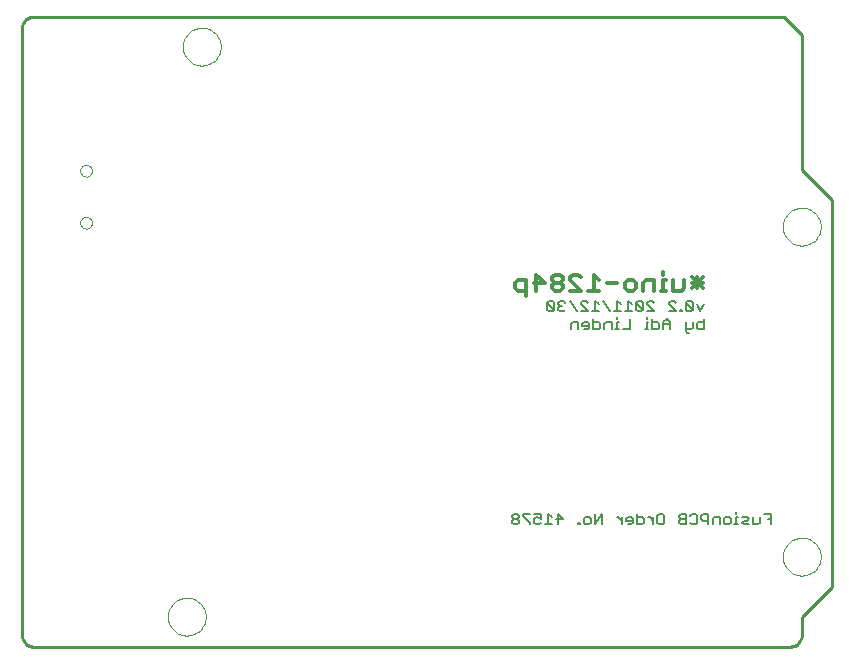
<source format=gbo>
G75*
G70*
%OFA0B0*%
%FSLAX24Y24*%
%IPPOS*%
%LPD*%
%AMOC8*
5,1,8,0,0,1.08239X$1,22.5*
%
%ADD10C,0.0000*%
%ADD11C,0.0100*%
%ADD12C,0.0120*%
%ADD13C,0.0050*%
D10*
X007319Y001837D02*
X007321Y001887D01*
X007327Y001937D01*
X007337Y001986D01*
X007351Y002034D01*
X007368Y002081D01*
X007389Y002126D01*
X007414Y002170D01*
X007442Y002211D01*
X007474Y002250D01*
X007508Y002287D01*
X007545Y002321D01*
X007585Y002351D01*
X007627Y002378D01*
X007671Y002402D01*
X007717Y002423D01*
X007764Y002439D01*
X007812Y002452D01*
X007862Y002461D01*
X007911Y002466D01*
X007962Y002467D01*
X008012Y002464D01*
X008061Y002457D01*
X008110Y002446D01*
X008158Y002431D01*
X008204Y002413D01*
X008249Y002391D01*
X008292Y002365D01*
X008333Y002336D01*
X008372Y002304D01*
X008408Y002269D01*
X008440Y002231D01*
X008470Y002191D01*
X008497Y002148D01*
X008520Y002104D01*
X008539Y002058D01*
X008555Y002010D01*
X008567Y001961D01*
X008575Y001912D01*
X008579Y001862D01*
X008579Y001812D01*
X008575Y001762D01*
X008567Y001713D01*
X008555Y001664D01*
X008539Y001616D01*
X008520Y001570D01*
X008497Y001526D01*
X008470Y001483D01*
X008440Y001443D01*
X008408Y001405D01*
X008372Y001370D01*
X008333Y001338D01*
X008292Y001309D01*
X008249Y001283D01*
X008204Y001261D01*
X008158Y001243D01*
X008110Y001228D01*
X008061Y001217D01*
X008012Y001210D01*
X007962Y001207D01*
X007911Y001208D01*
X007862Y001213D01*
X007812Y001222D01*
X007764Y001235D01*
X007717Y001251D01*
X007671Y001272D01*
X007627Y001296D01*
X007585Y001323D01*
X007545Y001353D01*
X007508Y001387D01*
X007474Y001424D01*
X007442Y001463D01*
X007414Y001504D01*
X007389Y001548D01*
X007368Y001593D01*
X007351Y001640D01*
X007337Y001688D01*
X007327Y001737D01*
X007321Y001787D01*
X007319Y001837D01*
X004396Y014970D02*
X004398Y014997D01*
X004404Y015024D01*
X004413Y015050D01*
X004426Y015074D01*
X004442Y015097D01*
X004461Y015116D01*
X004483Y015133D01*
X004507Y015147D01*
X004532Y015157D01*
X004559Y015164D01*
X004586Y015167D01*
X004614Y015166D01*
X004641Y015161D01*
X004667Y015153D01*
X004691Y015141D01*
X004714Y015125D01*
X004735Y015107D01*
X004752Y015086D01*
X004767Y015062D01*
X004778Y015037D01*
X004786Y015011D01*
X004790Y014984D01*
X004790Y014956D01*
X004786Y014929D01*
X004778Y014903D01*
X004767Y014878D01*
X004752Y014854D01*
X004735Y014833D01*
X004714Y014815D01*
X004692Y014799D01*
X004667Y014787D01*
X004641Y014779D01*
X004614Y014774D01*
X004586Y014773D01*
X004559Y014776D01*
X004532Y014783D01*
X004507Y014793D01*
X004483Y014807D01*
X004461Y014824D01*
X004442Y014843D01*
X004426Y014866D01*
X004413Y014890D01*
X004404Y014916D01*
X004398Y014943D01*
X004396Y014970D01*
X004396Y016703D02*
X004398Y016730D01*
X004404Y016757D01*
X004413Y016783D01*
X004426Y016807D01*
X004442Y016830D01*
X004461Y016849D01*
X004483Y016866D01*
X004507Y016880D01*
X004532Y016890D01*
X004559Y016897D01*
X004586Y016900D01*
X004614Y016899D01*
X004641Y016894D01*
X004667Y016886D01*
X004691Y016874D01*
X004714Y016858D01*
X004735Y016840D01*
X004752Y016819D01*
X004767Y016795D01*
X004778Y016770D01*
X004786Y016744D01*
X004790Y016717D01*
X004790Y016689D01*
X004786Y016662D01*
X004778Y016636D01*
X004767Y016611D01*
X004752Y016587D01*
X004735Y016566D01*
X004714Y016548D01*
X004692Y016532D01*
X004667Y016520D01*
X004641Y016512D01*
X004614Y016507D01*
X004586Y016506D01*
X004559Y016509D01*
X004532Y016516D01*
X004507Y016526D01*
X004483Y016540D01*
X004461Y016557D01*
X004442Y016576D01*
X004426Y016599D01*
X004413Y016623D01*
X004404Y016649D01*
X004398Y016676D01*
X004396Y016703D01*
X007819Y020837D02*
X007821Y020887D01*
X007827Y020937D01*
X007837Y020986D01*
X007851Y021034D01*
X007868Y021081D01*
X007889Y021126D01*
X007914Y021170D01*
X007942Y021211D01*
X007974Y021250D01*
X008008Y021287D01*
X008045Y021321D01*
X008085Y021351D01*
X008127Y021378D01*
X008171Y021402D01*
X008217Y021423D01*
X008264Y021439D01*
X008312Y021452D01*
X008362Y021461D01*
X008411Y021466D01*
X008462Y021467D01*
X008512Y021464D01*
X008561Y021457D01*
X008610Y021446D01*
X008658Y021431D01*
X008704Y021413D01*
X008749Y021391D01*
X008792Y021365D01*
X008833Y021336D01*
X008872Y021304D01*
X008908Y021269D01*
X008940Y021231D01*
X008970Y021191D01*
X008997Y021148D01*
X009020Y021104D01*
X009039Y021058D01*
X009055Y021010D01*
X009067Y020961D01*
X009075Y020912D01*
X009079Y020862D01*
X009079Y020812D01*
X009075Y020762D01*
X009067Y020713D01*
X009055Y020664D01*
X009039Y020616D01*
X009020Y020570D01*
X008997Y020526D01*
X008970Y020483D01*
X008940Y020443D01*
X008908Y020405D01*
X008872Y020370D01*
X008833Y020338D01*
X008792Y020309D01*
X008749Y020283D01*
X008704Y020261D01*
X008658Y020243D01*
X008610Y020228D01*
X008561Y020217D01*
X008512Y020210D01*
X008462Y020207D01*
X008411Y020208D01*
X008362Y020213D01*
X008312Y020222D01*
X008264Y020235D01*
X008217Y020251D01*
X008171Y020272D01*
X008127Y020296D01*
X008085Y020323D01*
X008045Y020353D01*
X008008Y020387D01*
X007974Y020424D01*
X007942Y020463D01*
X007914Y020504D01*
X007889Y020548D01*
X007868Y020593D01*
X007851Y020640D01*
X007837Y020688D01*
X007827Y020737D01*
X007821Y020787D01*
X007819Y020837D01*
X027819Y014837D02*
X027821Y014887D01*
X027827Y014937D01*
X027837Y014986D01*
X027851Y015034D01*
X027868Y015081D01*
X027889Y015126D01*
X027914Y015170D01*
X027942Y015211D01*
X027974Y015250D01*
X028008Y015287D01*
X028045Y015321D01*
X028085Y015351D01*
X028127Y015378D01*
X028171Y015402D01*
X028217Y015423D01*
X028264Y015439D01*
X028312Y015452D01*
X028362Y015461D01*
X028411Y015466D01*
X028462Y015467D01*
X028512Y015464D01*
X028561Y015457D01*
X028610Y015446D01*
X028658Y015431D01*
X028704Y015413D01*
X028749Y015391D01*
X028792Y015365D01*
X028833Y015336D01*
X028872Y015304D01*
X028908Y015269D01*
X028940Y015231D01*
X028970Y015191D01*
X028997Y015148D01*
X029020Y015104D01*
X029039Y015058D01*
X029055Y015010D01*
X029067Y014961D01*
X029075Y014912D01*
X029079Y014862D01*
X029079Y014812D01*
X029075Y014762D01*
X029067Y014713D01*
X029055Y014664D01*
X029039Y014616D01*
X029020Y014570D01*
X028997Y014526D01*
X028970Y014483D01*
X028940Y014443D01*
X028908Y014405D01*
X028872Y014370D01*
X028833Y014338D01*
X028792Y014309D01*
X028749Y014283D01*
X028704Y014261D01*
X028658Y014243D01*
X028610Y014228D01*
X028561Y014217D01*
X028512Y014210D01*
X028462Y014207D01*
X028411Y014208D01*
X028362Y014213D01*
X028312Y014222D01*
X028264Y014235D01*
X028217Y014251D01*
X028171Y014272D01*
X028127Y014296D01*
X028085Y014323D01*
X028045Y014353D01*
X028008Y014387D01*
X027974Y014424D01*
X027942Y014463D01*
X027914Y014504D01*
X027889Y014548D01*
X027868Y014593D01*
X027851Y014640D01*
X027837Y014688D01*
X027827Y014737D01*
X027821Y014787D01*
X027819Y014837D01*
X027819Y003837D02*
X027821Y003887D01*
X027827Y003937D01*
X027837Y003986D01*
X027851Y004034D01*
X027868Y004081D01*
X027889Y004126D01*
X027914Y004170D01*
X027942Y004211D01*
X027974Y004250D01*
X028008Y004287D01*
X028045Y004321D01*
X028085Y004351D01*
X028127Y004378D01*
X028171Y004402D01*
X028217Y004423D01*
X028264Y004439D01*
X028312Y004452D01*
X028362Y004461D01*
X028411Y004466D01*
X028462Y004467D01*
X028512Y004464D01*
X028561Y004457D01*
X028610Y004446D01*
X028658Y004431D01*
X028704Y004413D01*
X028749Y004391D01*
X028792Y004365D01*
X028833Y004336D01*
X028872Y004304D01*
X028908Y004269D01*
X028940Y004231D01*
X028970Y004191D01*
X028997Y004148D01*
X029020Y004104D01*
X029039Y004058D01*
X029055Y004010D01*
X029067Y003961D01*
X029075Y003912D01*
X029079Y003862D01*
X029079Y003812D01*
X029075Y003762D01*
X029067Y003713D01*
X029055Y003664D01*
X029039Y003616D01*
X029020Y003570D01*
X028997Y003526D01*
X028970Y003483D01*
X028940Y003443D01*
X028908Y003405D01*
X028872Y003370D01*
X028833Y003338D01*
X028792Y003309D01*
X028749Y003283D01*
X028704Y003261D01*
X028658Y003243D01*
X028610Y003228D01*
X028561Y003217D01*
X028512Y003210D01*
X028462Y003207D01*
X028411Y003208D01*
X028362Y003213D01*
X028312Y003222D01*
X028264Y003235D01*
X028217Y003251D01*
X028171Y003272D01*
X028127Y003296D01*
X028085Y003323D01*
X028045Y003353D01*
X028008Y003387D01*
X027974Y003424D01*
X027942Y003463D01*
X027914Y003504D01*
X027889Y003548D01*
X027868Y003593D01*
X027851Y003640D01*
X027837Y003688D01*
X027827Y003737D01*
X027821Y003787D01*
X027819Y003837D01*
D11*
X002449Y001230D02*
X002449Y021443D01*
X002451Y021482D01*
X002457Y021520D01*
X002466Y021557D01*
X002479Y021594D01*
X002496Y021629D01*
X002515Y021662D01*
X002538Y021693D01*
X002564Y021722D01*
X002593Y021748D01*
X002624Y021771D01*
X002657Y021790D01*
X002692Y021807D01*
X002729Y021820D01*
X002766Y021829D01*
X002804Y021835D01*
X002843Y021837D01*
X027849Y021837D01*
X028449Y021237D01*
X028449Y016737D01*
X029449Y015737D01*
X029449Y002837D01*
X028449Y001837D01*
X028449Y001230D01*
X028447Y001191D01*
X028441Y001153D01*
X028432Y001116D01*
X028419Y001079D01*
X028402Y001044D01*
X028383Y001011D01*
X028360Y000980D01*
X028334Y000951D01*
X028305Y000925D01*
X028274Y000902D01*
X028241Y000883D01*
X028206Y000866D01*
X028169Y000853D01*
X028132Y000844D01*
X028094Y000838D01*
X028055Y000836D01*
X028055Y000837D02*
X002843Y000837D01*
X002843Y000836D02*
X002804Y000838D01*
X002766Y000844D01*
X002729Y000853D01*
X002692Y000866D01*
X002657Y000883D01*
X002624Y000902D01*
X002593Y000925D01*
X002564Y000951D01*
X002538Y000980D01*
X002515Y001011D01*
X002496Y001044D01*
X002479Y001079D01*
X002466Y001116D01*
X002457Y001153D01*
X002451Y001191D01*
X002449Y001230D01*
D12*
X018904Y012787D02*
X018994Y012697D01*
X019265Y012697D01*
X019265Y012516D02*
X019265Y013057D01*
X018994Y013057D01*
X018904Y012967D01*
X018904Y012787D01*
X019512Y012967D02*
X019872Y012967D01*
X019602Y013237D01*
X019602Y012697D01*
X020120Y012787D02*
X020210Y012697D01*
X020390Y012697D01*
X020480Y012787D01*
X020480Y012877D01*
X020390Y012967D01*
X020210Y012967D01*
X020120Y012877D01*
X020120Y012787D01*
X020210Y012967D02*
X020120Y013057D01*
X020120Y013147D01*
X020210Y013237D01*
X020390Y013237D01*
X020480Y013147D01*
X020480Y013057D01*
X020390Y012967D01*
X020727Y013057D02*
X020727Y013147D01*
X020818Y013237D01*
X020998Y013237D01*
X021088Y013147D01*
X020727Y013057D02*
X021088Y012697D01*
X020727Y012697D01*
X021335Y012697D02*
X021695Y012697D01*
X021515Y012697D02*
X021515Y013237D01*
X021695Y013057D01*
X021943Y012967D02*
X022303Y012967D01*
X022551Y012967D02*
X022551Y012787D01*
X022641Y012697D01*
X022821Y012697D01*
X022911Y012787D01*
X022911Y012967D01*
X022821Y013057D01*
X022641Y013057D01*
X022551Y012967D01*
X023158Y012967D02*
X023158Y012697D01*
X023158Y012967D02*
X023248Y013057D01*
X023519Y013057D01*
X023519Y012697D01*
X023744Y012697D02*
X023924Y012697D01*
X023834Y012697D02*
X023834Y013057D01*
X023924Y013057D01*
X023834Y013237D02*
X023834Y013327D01*
X024171Y013057D02*
X024171Y012697D01*
X024441Y012697D01*
X024531Y012787D01*
X024531Y013057D01*
X024779Y013147D02*
X025139Y012787D01*
X025139Y012967D02*
X024779Y012967D01*
X024779Y012787D02*
X025139Y013147D01*
X024959Y013147D02*
X024959Y012787D01*
D13*
X024747Y012362D02*
X024631Y012362D01*
X024572Y012303D01*
X024806Y012070D01*
X024747Y012012D01*
X024631Y012012D01*
X024572Y012070D01*
X024572Y012303D01*
X024747Y012362D02*
X024806Y012303D01*
X024806Y012070D01*
X024941Y012245D02*
X025057Y012012D01*
X025174Y012245D01*
X025174Y011762D02*
X025174Y011412D01*
X024999Y011412D01*
X024941Y011470D01*
X024941Y011587D01*
X024999Y011645D01*
X025174Y011645D01*
X024806Y011645D02*
X024806Y011470D01*
X024747Y011412D01*
X024572Y011412D01*
X024572Y011353D02*
X024631Y011295D01*
X024689Y011295D01*
X024572Y011353D02*
X024572Y011645D01*
X024438Y012012D02*
X024379Y012012D01*
X024379Y012070D01*
X024438Y012070D01*
X024438Y012012D01*
X024253Y012012D02*
X024020Y012245D01*
X024020Y012303D01*
X024078Y012362D01*
X024195Y012362D01*
X024253Y012303D01*
X024253Y012012D02*
X024020Y012012D01*
X023952Y011762D02*
X023836Y011645D01*
X023836Y011412D01*
X023701Y011470D02*
X023643Y011412D01*
X023467Y011412D01*
X023467Y011762D01*
X023467Y011645D02*
X023643Y011645D01*
X023701Y011587D01*
X023701Y011470D01*
X023836Y011587D02*
X024069Y011587D01*
X024069Y011645D02*
X023952Y011762D01*
X024069Y011645D02*
X024069Y011412D01*
X023333Y011412D02*
X023216Y011412D01*
X023274Y011412D02*
X023274Y011645D01*
X023333Y011645D01*
X023274Y011762D02*
X023274Y011820D01*
X023283Y012012D02*
X023517Y012012D01*
X023283Y012245D01*
X023283Y012303D01*
X023342Y012362D01*
X023458Y012362D01*
X023517Y012303D01*
X023148Y012303D02*
X023148Y012070D01*
X022915Y012303D01*
X022915Y012070D01*
X022973Y012012D01*
X023090Y012012D01*
X023148Y012070D01*
X023148Y012303D02*
X023090Y012362D01*
X022973Y012362D01*
X022915Y012303D01*
X022780Y012245D02*
X022663Y012362D01*
X022663Y012012D01*
X022547Y012012D02*
X022780Y012012D01*
X022719Y011762D02*
X022719Y011412D01*
X022485Y011412D01*
X022350Y011412D02*
X022234Y011412D01*
X022292Y011412D02*
X022292Y011645D01*
X022350Y011645D01*
X022292Y011762D02*
X022292Y011820D01*
X022295Y012012D02*
X022295Y012362D01*
X022412Y012245D01*
X022412Y012012D02*
X022178Y012012D01*
X022044Y012012D02*
X021810Y012362D01*
X021675Y012245D02*
X021559Y012362D01*
X021559Y012012D01*
X021675Y012012D02*
X021442Y012012D01*
X021307Y012012D02*
X021073Y012245D01*
X021073Y012303D01*
X021132Y012362D01*
X021249Y012362D01*
X021307Y012303D01*
X021307Y012012D02*
X021073Y012012D01*
X020939Y012012D02*
X020705Y012362D01*
X020570Y012303D02*
X020512Y012362D01*
X020395Y012362D01*
X020337Y012303D01*
X020337Y012245D01*
X020395Y012187D01*
X020337Y012128D01*
X020337Y012070D01*
X020395Y012012D01*
X020512Y012012D01*
X020570Y012070D01*
X020454Y012187D02*
X020395Y012187D01*
X020202Y012070D02*
X020202Y012303D01*
X020144Y012362D01*
X020027Y012362D01*
X019969Y012303D01*
X020202Y012070D01*
X020144Y012012D01*
X020027Y012012D01*
X019969Y012070D01*
X019969Y012303D01*
X020767Y011587D02*
X020767Y011412D01*
X020767Y011587D02*
X020825Y011645D01*
X021000Y011645D01*
X021000Y011412D01*
X021135Y011528D02*
X021368Y011528D01*
X021368Y011470D02*
X021368Y011587D01*
X021310Y011645D01*
X021193Y011645D01*
X021135Y011587D01*
X021135Y011528D01*
X021193Y011412D02*
X021310Y011412D01*
X021368Y011470D01*
X021503Y011412D02*
X021678Y011412D01*
X021737Y011470D01*
X021737Y011587D01*
X021678Y011645D01*
X021503Y011645D01*
X021503Y011762D02*
X021503Y011412D01*
X021871Y011412D02*
X021871Y011587D01*
X021930Y011645D01*
X022105Y011645D01*
X022105Y011412D01*
X026261Y005320D02*
X026261Y005262D01*
X026261Y005145D02*
X026261Y004912D01*
X026319Y004912D02*
X026202Y004912D01*
X026074Y004970D02*
X026015Y004912D01*
X025899Y004912D01*
X025840Y004970D01*
X025840Y005087D01*
X025899Y005145D01*
X026015Y005145D01*
X026074Y005087D01*
X026074Y004970D01*
X026261Y005145D02*
X026319Y005145D01*
X026454Y005145D02*
X026629Y005145D01*
X026688Y005087D01*
X026629Y005028D01*
X026512Y005028D01*
X026454Y004970D01*
X026512Y004912D01*
X026688Y004912D01*
X026822Y004912D02*
X026822Y005145D01*
X026822Y004912D02*
X026997Y004912D01*
X027056Y004970D01*
X027056Y005145D01*
X027191Y005262D02*
X027424Y005262D01*
X027424Y004912D01*
X027424Y005087D02*
X027307Y005087D01*
X025705Y005145D02*
X025705Y004912D01*
X025705Y005145D02*
X025530Y005145D01*
X025472Y005087D01*
X025472Y004912D01*
X025337Y004912D02*
X025337Y005262D01*
X025162Y005262D01*
X025104Y005203D01*
X025104Y005087D01*
X025162Y005028D01*
X025337Y005028D01*
X024969Y004970D02*
X024969Y005203D01*
X024910Y005262D01*
X024794Y005262D01*
X024735Y005203D01*
X024600Y005262D02*
X024425Y005262D01*
X024367Y005203D01*
X024367Y005145D01*
X024425Y005087D01*
X024600Y005087D01*
X024425Y005087D02*
X024367Y005028D01*
X024367Y004970D01*
X024425Y004912D01*
X024600Y004912D01*
X024600Y005262D01*
X024735Y004970D02*
X024794Y004912D01*
X024910Y004912D01*
X024969Y004970D01*
X023864Y004970D02*
X023806Y004912D01*
X023689Y004912D01*
X023630Y004970D01*
X023630Y005203D01*
X023689Y005262D01*
X023806Y005262D01*
X023864Y005203D01*
X023864Y004970D01*
X023496Y005028D02*
X023379Y005145D01*
X023320Y005145D01*
X023189Y005087D02*
X023189Y004970D01*
X023130Y004912D01*
X022955Y004912D01*
X022955Y005262D01*
X022955Y005145D02*
X023130Y005145D01*
X023189Y005087D01*
X023496Y005145D02*
X023496Y004912D01*
X022820Y004970D02*
X022820Y005087D01*
X022762Y005145D01*
X022645Y005145D01*
X022587Y005087D01*
X022587Y005028D01*
X022820Y005028D01*
X022820Y004970D02*
X022762Y004912D01*
X022645Y004912D01*
X022452Y004912D02*
X022452Y005145D01*
X022452Y005028D02*
X022335Y005145D01*
X022277Y005145D01*
X021777Y005262D02*
X021777Y004912D01*
X021543Y004912D02*
X021543Y005262D01*
X021409Y005087D02*
X021409Y004970D01*
X021350Y004912D01*
X021233Y004912D01*
X021175Y004970D01*
X021175Y005087D01*
X021233Y005145D01*
X021350Y005145D01*
X021409Y005087D01*
X021543Y004912D02*
X021777Y005262D01*
X021040Y004970D02*
X020982Y004970D01*
X020982Y004912D01*
X021040Y004912D01*
X021040Y004970D01*
X020488Y005087D02*
X020254Y005087D01*
X020119Y005145D02*
X020003Y005262D01*
X020003Y004912D01*
X020119Y004912D02*
X019886Y004912D01*
X019751Y004970D02*
X019693Y004912D01*
X019576Y004912D01*
X019518Y004970D01*
X019518Y005087D01*
X019576Y005145D01*
X019634Y005145D01*
X019751Y005087D01*
X019751Y005262D01*
X019518Y005262D01*
X019383Y005262D02*
X019149Y005262D01*
X019149Y005203D01*
X019383Y004970D01*
X019383Y004912D01*
X019015Y004970D02*
X019015Y005028D01*
X018956Y005087D01*
X018839Y005087D01*
X018781Y005028D01*
X018781Y004970D01*
X018839Y004912D01*
X018956Y004912D01*
X019015Y004970D01*
X018956Y005087D02*
X019015Y005145D01*
X019015Y005203D01*
X018956Y005262D01*
X018839Y005262D01*
X018781Y005203D01*
X018781Y005145D01*
X018839Y005087D01*
X020313Y004912D02*
X020313Y005262D01*
X020488Y005087D01*
M02*

</source>
